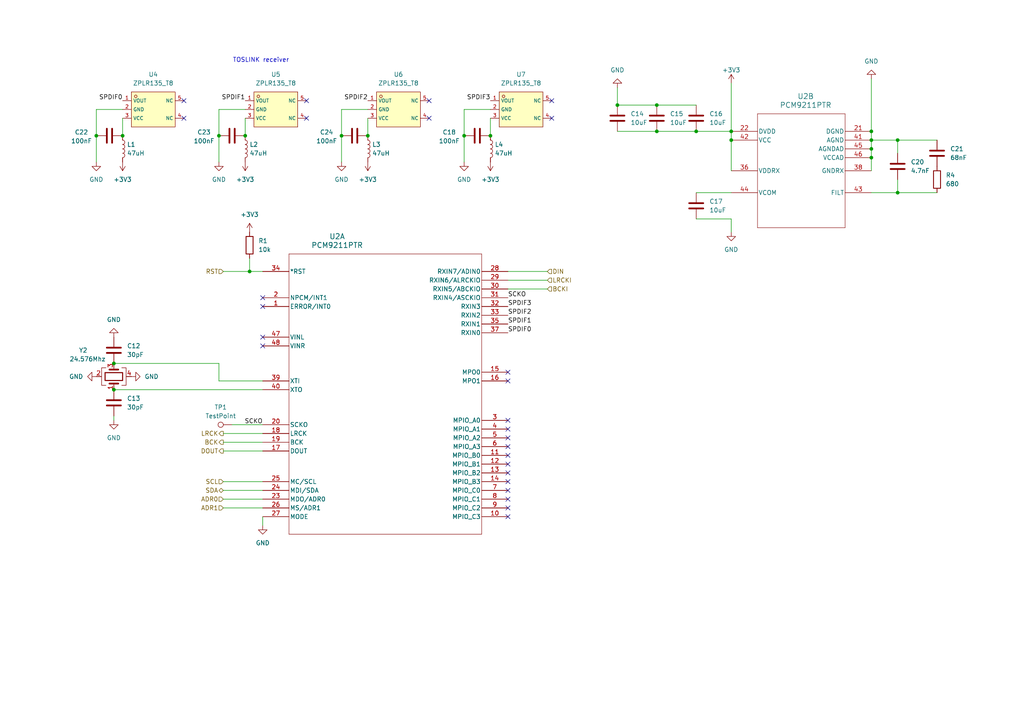
<source format=kicad_sch>
(kicad_sch (version 20231120) (generator "eeschema") (generator_version "8.0")
  (paper "A4")
  (lib_symbols
    (symbol "Connector:TestPoint" (pin_numbers hide) (pin_names (offset 0.762) hide)
      (property "Reference" "TP" (at 0 6.858 0))
      (property "Value" "TestPoint" (at 0 5.08 0))
      (symbol "TestPoint_0_1"
        (circle (center 0 3.302) (radius 0.762))
      )
      (symbol "TestPoint_1_1"
        (pin passive line (at 0 0 90) (length 2.54) (name "1") (number "1"))
      )
    )
    (symbol "Endstufe:+3V3" (power) (pin_names (offset 0))
      (property "Value" "+3V3" (at 0 3.556 0))
      (symbol "+3V3_0_1"
        (polyline (pts (xy -0.762 1.27) (xy 0 2.54)))
        (polyline (pts (xy 0 0) (xy 0 2.54)))
        (polyline (pts (xy 0 2.54) (xy 0.762 1.27)))
      )
      (symbol "+3V3_1_1"
        (pin power_in line (at 0 0 90) (length 0) hide (name "+3V3") (number "1"))
      )
    )
    (symbol "Endstufe:C" (pin_numbers hide) (pin_names (offset 0.254))
      (property "Reference" "C" (at 0.635 2.54 0))
      (property "Value" "C" (at 0.635 -2.54 0))
      (symbol "C_0_1"
        (polyline (pts (xy -2.032 -0.762) (xy 2.032 -0.762)) (stroke (width 0.508)))
        (polyline (pts (xy -2.032 0.762) (xy 2.032 0.762)) (stroke (width 0.508)))
      )
      (symbol "C_1_1"
        (pin passive line (at 0 3.81 270) (length 2.794) (name "~") (number "1"))
        (pin passive line (at 0 -3.81 90) (length 2.794) (name "~") (number "2"))
      )
    )
    (symbol "Endstufe:Crystal_GND24" (pin_names (offset 1.016) hide)
      (property "Reference" "Y" (at 3.175 5.08 0))
      (property "Value" "Crystal_GND24" (at 3.175 3.175 0))
      (symbol "Crystal_GND24_0_1"
        (rectangle (start -1.143 2.54) (end 1.143 -2.54) (stroke (width 0.3048)))
        (polyline (pts (xy -2.54 0) (xy -2.032 0)))
        (polyline (pts (xy -2.032 -1.27) (xy -2.032 1.27)) (stroke (width 0.508)))
        (polyline (pts (xy 0 -3.81) (xy 0 -3.556)))
        (polyline (pts (xy 0 3.556) (xy 0 3.81)))
        (polyline (pts (xy 2.032 -1.27) (xy 2.032 1.27)) (stroke (width 0.508)))
        (polyline (pts (xy 2.032 0) (xy 2.54 0)))
        (polyline (pts (xy -2.54 -2.286) (xy -2.54 -3.556) (xy 2.54 -3.556) (xy 2.54 -2.286)))
        (polyline (pts (xy -2.54 2.286) (xy -2.54 3.556) (xy 2.54 3.556) (xy 2.54 2.286)))
      )
      (symbol "Crystal_GND24_1_1"
        (pin passive line (at -3.81 0 0) (length 1.27) (name "1") (number "1"))
        (pin passive line (at 0 5.08 270) (length 1.27) (name "2") (number "2"))
        (pin passive line (at 3.81 0 180) (length 1.27) (name "3") (number "3"))
        (pin passive line (at 0 -5.08 90) (length 1.27) (name "4") (number "4"))
      )
    )
    (symbol "Endstufe:GND" (power) (pin_names (offset 0))
      (property "Value" "GND" (at 0 -3.81 0))
      (symbol "GND_0_1"
        (polyline (pts (xy 0 0) (xy 0 -1.27) (xy 1.27 -1.27) (xy 0 -2.54) (xy -1.27 -1.27) (xy 0 -1.27)))
      )
      (symbol "GND_1_1"
        (pin power_in line (at 0 0 270) (length 0) hide (name "GND") (number "1"))
      )
    )
    (symbol "Endstufe:L" (pin_numbers hide) (pin_names (offset 1.016) hide)
      (property "Reference" "L" (at -1.27 0 90))
      (property "Value" "L" (at 1.905 0 90))
      (symbol "L_0_1"
        (arc (start 0 -2.54) (mid 0.6323 -1.905) (end 0 -1.27))
        (arc (start 0 -1.27) (mid 0.6323 -0.635) (end 0 0))
        (arc (start 0 0) (mid 0.6323 0.635) (end 0 1.27))
        (arc (start 0 1.27) (mid 0.6323 1.905) (end 0 2.54))
      )
      (symbol "L_1_1"
        (pin passive line (at 0 3.81 270) (length 1.27) (name "1") (number "1"))
        (pin passive line (at 0 -3.81 90) (length 1.27) (name "2") (number "2"))
      )
    )
    (symbol "Endstufe:PCM9211PTR" (pin_names (offset 0.254))
      (property "Reference" "U2" (at 21.59 10.16 0))
      (property "Value" "PCM9211PTR" (at 21.59 7.62 0))
      (symbol "PCM9211PTR_1_1"
        (polyline (pts (xy 7.62 -76.2) (xy 63.5 -76.2)) (stroke (width 0.127)))
        (polyline (pts (xy 7.62 5.08) (xy 7.62 -76.2)) (stroke (width 0.127)))
        (polyline (pts (xy 63.5 -76.2) (xy 63.5 5.08)) (stroke (width 0.127)))
        (polyline (pts (xy 63.5 5.08) (xy 7.62 5.08)) (stroke (width 0.127)))
        (pin output line (at 0 -10.16 0) (length 7.62) (name "ERROR/INT0") (number "1"))
        (pin bidirectional line (at 71.12 -71.12 180) (length 7.62) (name "MPIO_C3") (number "10"))
        (pin bidirectional line (at 71.12 -53.34 180) (length 7.62) (name "MPIO_B0") (number "11"))
        (pin bidirectional line (at 71.12 -55.88 180) (length 7.62) (name "MPIO_B1") (number "12"))
        (pin bidirectional line (at 71.12 -58.42 180) (length 7.62) (name "MPIO_B2") (number "13"))
        (pin bidirectional line (at 71.12 -60.96 180) (length 7.62) (name "MPIO_B3") (number "14"))
        (pin output line (at 71.12 -29.21 180) (length 7.62) (name "MPO0") (number "15"))
        (pin output line (at 71.12 -31.75 180) (length 7.62) (name "MPO1") (number "16"))
        (pin output line (at 0 -52.07 0) (length 7.62) (name "DOUT") (number "17"))
        (pin output line (at 0 -46.99 0) (length 7.62) (name "LRCK") (number "18"))
        (pin output line (at 0 -49.53 0) (length 7.62) (name "BCK") (number "19"))
        (pin output line (at 0 -7.62 0) (length 7.62) (name "NPCM/INT1") (number "2"))
        (pin output line (at 0 -44.45 0) (length 7.62) (name "SCKO") (number "20"))
        (pin bidirectional line (at 0 -66.04 0) (length 7.62) (name "MDO/ADR0") (number "23"))
        (pin bidirectional line (at 0 -63.5 0) (length 7.62) (name "MDI/SDA") (number "24"))
        (pin input line (at 0 -60.96 0) (length 7.62) (name "MC/SCL") (number "25"))
        (pin input line (at 0 -68.58 0) (length 7.62) (name "MS/ADR1") (number "26"))
        (pin input line (at 0 -71.12 0) (length 7.62) (name "MODE") (number "27"))
        (pin input line (at 71.12 0 180) (length 7.62) (name "RXIN7/ADIN0") (number "28"))
        (pin input line (at 71.12 -2.54 180) (length 7.62) (name "RXIN6/ALRCKIO") (number "29"))
        (pin bidirectional line (at 71.12 -43.18 180) (length 7.62) (name "MPIO_A0") (number "3"))
        (pin input line (at 71.12 -5.08 180) (length 7.62) (name "RXIN5/ABCKIO") (number "30"))
        (pin input line (at 71.12 -7.62 180) (length 7.62) (name "RXIN4/ASCKIO") (number "31"))
        (pin input line (at 71.12 -10.16 180) (length 7.62) (name "RXIN3") (number "32"))
        (pin input line (at 71.12 -12.7 180) (length 7.62) (name "RXIN2") (number "33"))
        (pin input line (at 0 0 0) (length 7.62) (name "*RST") (number "34"))
        (pin input line (at 71.12 -15.24 180) (length 7.62) (name "RXIN1") (number "35"))
        (pin input line (at 71.12 -17.78 180) (length 7.62) (name "RXIN0") (number "37"))
        (pin input line (at 0 -31.75 0) (length 7.62) (name "XTI") (number "39"))
        (pin bidirectional line (at 71.12 -45.72 180) (length 7.62) (name "MPIO_A1") (number "4"))
        (pin output line (at 0 -34.29 0) (length 7.62) (name "XTO") (number "40"))
        (pin input line (at 0 -19.05 0) (length 7.62) (name "VINL") (number "47"))
        (pin input line (at 0 -21.59 0) (length 7.62) (name "VINR") (number "48"))
        (pin bidirectional line (at 71.12 -48.26 180) (length 7.62) (name "MPIO_A2") (number "5"))
        (pin bidirectional line (at 71.12 -50.8 180) (length 7.62) (name "MPIO_A3") (number "6"))
        (pin bidirectional line (at 71.12 -63.5 180) (length 7.62) (name "MPIO_C0") (number "7"))
        (pin bidirectional line (at 71.12 -66.04 180) (length 7.62) (name "MPIO_C1") (number "8"))
        (pin bidirectional line (at 71.12 -68.58 180) (length 7.62) (name "MPIO_C2") (number "9"))
      )
      (symbol "PCM9211PTR_2_1"
        (polyline (pts (xy 7.62 -27.94) (xy 33.02 -27.94)) (stroke (width 0.127)))
        (polyline (pts (xy 7.62 5.08) (xy 7.62 -27.94)) (stroke (width 0.127)))
        (polyline (pts (xy 33.02 -27.94) (xy 33.02 5.08)) (stroke (width 0.127)))
        (polyline (pts (xy 33.02 5.08) (xy 7.62 5.08)) (stroke (width 0.127)))
        (pin power_in line (at 40.64 0 180) (length 7.62) (name "DGND") (number "21"))
        (pin power_in line (at 0 0 0) (length 7.62) (name "DVDD") (number "22"))
        (pin power_in line (at 0 -11.43 0) (length 7.62) (name "VDDRX") (number "36"))
        (pin power_in line (at 40.64 -11.43 180) (length 7.62) (name "GNDRX") (number "38"))
        (pin power_in line (at 40.64 -2.54 180) (length 7.62) (name "AGND") (number "41"))
        (pin power_in line (at 0 -2.54 0) (length 7.62) (name "VCC") (number "42"))
        (pin output line (at 40.64 -17.78 180) (length 7.62) (name "FILT") (number "43"))
        (pin output line (at 0 -17.78 0) (length 7.62) (name "VCOM") (number "44"))
        (pin power_in line (at 40.64 -5.08 180) (length 7.62) (name "AGNDAD") (number "45"))
        (pin power_in line (at 40.64 -7.62 180) (length 7.62) (name "VCCAD") (number "46"))
      )
    )
    (symbol "Endstufe:R" (pin_numbers hide) (pin_names (offset 0))
      (property "Reference" "R" (at 2.032 0 90))
      (property "Value" "R" (at 0 0 90))
      (symbol "R_0_1"
        (rectangle (start -1.016 -2.54) (end 1.016 2.54) (stroke (width 0.254)))
      )
      (symbol "R_1_1"
        (pin passive line (at 0 3.81 270) (length 1.27) (name "~") (number "1"))
        (pin passive line (at 0 -3.81 90) (length 1.27) (name "~") (number "2"))
      )
    )
    (symbol "Endstufe:ZPLR135_T8"
      (property "Reference" "U" (at 0 1.27 0))
      (property "Value" "ZPLR135_T8" (at 0 -2.54 0))
      (symbol "ZPLR135_T8_0_1"
        (rectangle (start -6.35 5.08) (end 6.35 -5.08) (fill (type background)))
        (circle (center -5.08 3.81) (radius 0.381) (fill (type background)))
        (pin unspecified line (at -8.89 2.54 0) (length 2.54) (name "VOUT") (number "1"))
        (pin unspecified line (at -8.89 0 0) (length 2.54) (name "GND") (number "2"))
        (pin unspecified line (at -8.89 -2.54 0) (length 2.54) (name "VCC") (number "3"))
        (pin unspecified line (at 8.89 -2.54 180) (length 2.54) (name "NC") (number "4"))
        (pin unspecified line (at 8.89 2.54 180) (length 2.54) (name "NC") (number "5"))
      )
    )
    (symbol "PCM9211PTR_1" (pin_names (offset 0.254))
      (property "Reference" "U2" (at 21.59 10.16 0))
      (property "Value" "PCM9211PTR" (at 21.59 7.62 0))
      (symbol "PCM9211PTR_1_1_1"
        (polyline (pts (xy 7.62 -76.2) (xy 63.5 -76.2)) (stroke (width 0.127)))
        (polyline (pts (xy 7.62 5.08) (xy 7.62 -76.2)) (stroke (width 0.127)))
        (polyline (pts (xy 63.5 -76.2) (xy 63.5 5.08)) (stroke (width 0.127)))
        (polyline (pts (xy 63.5 5.08) (xy 7.62 5.08)) (stroke (width 0.127)))
        (pin output line (at 0 -10.16 0) (length 7.62) (name "ERROR/INT0") (number "1"))
        (pin bidirectional line (at 71.12 -71.12 180) (length 7.62) (name "MPIO_C3") (number "10"))
        (pin bidirectional line (at 71.12 -53.34 180) (length 7.62) (name "MPIO_B0") (number "11"))
        (pin bidirectional line (at 71.12 -55.88 180) (length 7.62) (name "MPIO_B1") (number "12"))
        (pin bidirectional line (at 71.12 -58.42 180) (length 7.62) (name "MPIO_B2") (number "13"))
        (pin bidirectional line (at 71.12 -60.96 180) (length 7.62) (name "MPIO_B3") (number "14"))
        (pin output line (at 71.12 -29.21 180) (length 7.62) (name "MPO0") (number "15"))
        (pin output line (at 71.12 -31.75 180) (length 7.62) (name "MPO1") (number "16"))
        (pin output line (at 0 -52.07 0) (length 7.62) (name "DOUT") (number "17"))
        (pin output line (at 0 -46.99 0) (length 7.62) (name "LRCK") (number "18"))
        (pin output line (at 0 -49.53 0) (length 7.62) (name "BCK") (number "19"))
        (pin output line (at 0 -7.62 0) (length 7.62) (name "NPCM/INT1") (number "2"))
        (pin output line (at 0 -44.45 0) (length 7.62) (name "SCKO") (number "20"))
        (pin bidirectional line (at 0 -66.04 0) (length 7.62) (name "MDO/ADR0") (number "23"))
        (pin bidirectional line (at 0 -63.5 0) (length 7.62) (name "MDI/SDA") (number "24"))
        (pin input line (at 0 -60.96 0) (length 7.62) (name "MC/SCL") (number "25"))
        (pin input line (at 0 -68.58 0) (length 7.62) (name "MS/ADR1") (number "26"))
        (pin input line (at 0 -71.12 0) (length 7.62) (name "MODE") (number "27"))
        (pin input line (at 71.12 0 180) (length 7.62) (name "RXIN7/ADIN0") (number "28"))
        (pin input line (at 71.12 -2.54 180) (length 7.62) (name "RXIN6/ALRCKIO") (number "29"))
        (pin bidirectional line (at 71.12 -43.18 180) (length 7.62) (name "MPIO_A0") (number "3"))
        (pin input line (at 71.12 -5.08 180) (length 7.62) (name "RXIN5/ABCKIO") (number "30"))
        (pin input line (at 71.12 -7.62 180) (length 7.62) (name "RXIN4/ASCKIO") (number "31"))
        (pin input line (at 71.12 -10.16 180) (length 7.62) (name "RXIN3") (number "32"))
        (pin input line (at 71.12 -12.7 180) (length 7.62) (name "RXIN2") (number "33"))
        (pin input line (at 0 0 0) (length 7.62) (name "*RST") (number "34"))
        (pin input line (at 71.12 -15.24 180) (length 7.62) (name "RXIN1") (number "35"))
        (pin input line (at 71.12 -17.78 180) (length 7.62) (name "RXIN0") (number "37"))
        (pin input line (at 0 -31.75 0) (length 7.62) (name "XTI") (number "39"))
        (pin bidirectional line (at 71.12 -45.72 180) (length 7.62) (name "MPIO_A1") (number "4"))
        (pin output line (at 0 -34.29 0) (length 7.62) (name "XTO") (number "40"))
        (pin input line (at 0 -19.05 0) (length 7.62) (name "VINL") (number "47"))
        (pin input line (at 0 -21.59 0) (length 7.62) (name "VINR") (number "48"))
        (pin bidirectional line (at 71.12 -48.26 180) (length 7.62) (name "MPIO_A2") (number "5"))
        (pin bidirectional line (at 71.12 -50.8 180) (length 7.62) (name "MPIO_A3") (number "6"))
        (pin bidirectional line (at 71.12 -63.5 180) (length 7.62) (name "MPIO_C0") (number "7"))
        (pin bidirectional line (at 71.12 -66.04 180) (length 7.62) (name "MPIO_C1") (number "8"))
        (pin bidirectional line (at 71.12 -68.58 180) (length 7.62) (name "MPIO_C2") (number "9"))
      )
      (symbol "PCM9211PTR_1_2_1"
        (polyline (pts (xy 7.62 -27.94) (xy 33.02 -27.94)) (stroke (width 0.127)))
        (polyline (pts (xy 7.62 5.08) (xy 7.62 -27.94)) (stroke (width 0.127)))
        (polyline (pts (xy 33.02 -27.94) (xy 33.02 5.08)) (stroke (width 0.127)))
        (polyline (pts (xy 33.02 5.08) (xy 7.62 5.08)) (stroke (width 0.127)))
        (pin power_in line (at 40.64 0 180) (length 7.62) (name "DGND") (number "21"))
        (pin power_in line (at 0 0 0) (length 7.62) (name "DVDD") (number "22"))
        (pin power_in line (at 0 -11.43 0) (length 7.62) (name "VDDRX") (number "36"))
        (pin power_in line (at 40.64 -11.43 180) (length 7.62) (name "GNDRX") (number "38"))
        (pin power_in line (at 40.64 -2.54 180) (length 7.62) (name "AGND") (number "41"))
        (pin power_in line (at 0 -2.54 0) (length 7.62) (name "VCC") (number "42"))
        (pin output line (at 40.64 -17.78 180) (length 7.62) (name "FILT") (number "43"))
        (pin output line (at 0 -17.78 0) (length 7.62) (name "VCOM") (number "44"))
        (pin power_in line (at 40.64 -5.08 180) (length 7.62) (name "AGNDAD") (number "45"))
        (pin power_in line (at 40.64 -7.62 180) (length 7.62) (name "VCCAD") (number "46"))
      )
    )
  )
  (junction (at 71.12 39.37))
  (junction (at 106.68 39.37))
  (junction (at 27.94 39.37))
  (junction (at 201.93 38.1))
  (junction (at 252.73 38.1))
  (junction (at 134.62 39.37))
  (junction (at 260.35 40.64))
  (junction (at 63.5 39.37))
  (junction (at 252.73 40.64))
  (junction (at 190.5 30.48))
  (junction (at 212.09 40.64))
  (junction (at 212.09 38.1))
  (junction (at 33.02 113.03))
  (junction (at 72.39 78.74))
  (junction (at 33.02 105.41))
  (junction (at 179.07 30.48))
  (junction (at 252.73 43.18))
  (junction (at 190.5 38.1))
  (junction (at 99.06 39.37))
  (junction (at 142.24 39.37))
  (junction (at 260.35 55.88))
  (junction (at 252.73 45.72))
  (junction (at 35.56 39.37))
  (no_connect (at 88.9 29.21))
  (no_connect (at 76.2 86.36))
  (no_connect (at 147.32 147.32))
  (no_connect (at 160.02 29.21))
  (no_connect (at 147.32 132.08))
  (no_connect (at 147.32 127))
  (no_connect (at 76.2 97.79))
  (no_connect (at 147.32 121.92))
  (no_connect (at 124.46 29.21))
  (no_connect (at 147.32 110.49))
  (no_connect (at 147.32 107.95))
  (no_connect (at 147.32 129.54))
  (no_connect (at 147.32 144.78))
  (no_connect (at 160.02 34.29))
  (no_connect (at 53.34 29.21))
  (no_connect (at 147.32 124.46))
  (no_connect (at 147.32 134.62))
  (no_connect (at 53.34 34.29))
  (no_connect (at 147.32 139.7))
  (no_connect (at 124.46 34.29))
  (no_connect (at 88.9 34.29))
  (no_connect (at 147.32 142.24))
  (no_connect (at 147.32 149.86))
  (no_connect (at 76.2 100.33))
  (no_connect (at 147.32 137.16))
  (no_connect (at 76.2 88.9))
  (wire (pts (xy 35.56 34.29) (xy 35.56 39.37)))
  (wire (pts (xy 106.68 31.75) (xy 99.06 31.75)))
  (wire (pts (xy 252.73 40.64) (xy 252.73 43.18)))
  (wire (pts (xy 190.5 30.48) (xy 201.93 30.48)))
  (wire (pts (xy 212.09 38.1) (xy 212.09 40.64)))
  (wire (pts (xy 252.73 45.72) (xy 252.73 49.53)))
  (wire (pts (xy 201.93 55.88) (xy 212.09 55.88)))
  (wire (pts (xy 64.77 142.24) (xy 76.2 142.24)))
  (wire (pts (xy 63.5 105.41) (xy 63.5 110.49)))
  (wire (pts (xy 106.68 34.29) (xy 106.68 39.37)))
  (wire (pts (xy 63.5 39.37) (xy 63.5 46.99)))
  (wire (pts (xy 179.07 30.48) (xy 190.5 30.48)))
  (wire (pts (xy 260.35 55.88) (xy 260.35 52.07)))
  (wire (pts (xy 158.75 78.74) (xy 147.32 78.74)))
  (wire (pts (xy 72.39 74.93) (xy 72.39 78.74)))
  (wire (pts (xy 212.09 67.31) (xy 212.09 63.5)))
  (wire (pts (xy 252.73 40.64) (xy 260.35 40.64)))
  (wire (pts (xy 190.5 38.1) (xy 201.93 38.1)))
  (wire (pts (xy 158.75 81.28) (xy 147.32 81.28)))
  (wire (pts (xy 63.5 110.49) (xy 76.2 110.49)))
  (wire (pts (xy 33.02 121.92) (xy 33.02 120.65)))
  (wire (pts (xy 179.07 25.4) (xy 179.07 30.48)))
  (wire (pts (xy 134.62 39.37) (xy 134.62 46.99)))
  (wire (pts (xy 252.73 22.86) (xy 252.73 38.1)))
  (wire (pts (xy 64.77 125.73) (xy 76.2 125.73)))
  (wire (pts (xy 212.09 40.64) (xy 212.09 49.53)))
  (wire (pts (xy 99.06 39.37) (xy 99.06 46.99)))
  (wire (pts (xy 212.09 24.13) (xy 212.09 38.1)))
  (wire (pts (xy 64.77 130.81) (xy 76.2 130.81)))
  (wire (pts (xy 252.73 55.88) (xy 260.35 55.88)))
  (wire (pts (xy 179.07 38.1) (xy 190.5 38.1)))
  (wire (pts (xy 134.62 31.75) (xy 134.62 39.37)))
  (wire (pts (xy 27.94 39.37) (xy 27.94 46.99)))
  (wire (pts (xy 252.73 43.18) (xy 252.73 45.72)))
  (wire (pts (xy 142.24 34.29) (xy 142.24 39.37)))
  (wire (pts (xy 64.77 147.32) (xy 76.2 147.32)))
  (wire (pts (xy 99.06 31.75) (xy 99.06 39.37)))
  (wire (pts (xy 260.35 40.64) (xy 260.35 44.45)))
  (wire (pts (xy 71.12 34.29) (xy 71.12 39.37)))
  (wire (pts (xy 260.35 40.64) (xy 271.78 40.64)))
  (wire (pts (xy 67.31 123.19) (xy 76.2 123.19)))
  (wire (pts (xy 72.39 78.74) (xy 76.2 78.74)))
  (wire (pts (xy 33.02 105.41) (xy 63.5 105.41)))
  (wire (pts (xy 71.12 31.75) (xy 63.5 31.75)))
  (wire (pts (xy 201.93 38.1) (xy 212.09 38.1)))
  (wire (pts (xy 63.5 31.75) (xy 63.5 39.37)))
  (wire (pts (xy 35.56 31.75) (xy 27.94 31.75)))
  (wire (pts (xy 142.24 31.75) (xy 134.62 31.75)))
  (wire (pts (xy 64.77 144.78) (xy 76.2 144.78)))
  (wire (pts (xy 212.09 63.5) (xy 201.93 63.5)))
  (wire (pts (xy 27.94 31.75) (xy 27.94 39.37)))
  (wire (pts (xy 252.73 38.1) (xy 252.73 40.64)))
  (wire (pts (xy 33.02 113.03) (xy 76.2 113.03)))
  (wire (pts (xy 260.35 55.88) (xy 271.78 55.88)))
  (wire (pts (xy 158.75 83.82) (xy 147.32 83.82)))
  (wire (pts (xy 76.2 152.4) (xy 76.2 149.86)))
  (wire (pts (xy 64.77 128.27) (xy 76.2 128.27)))
  (wire (pts (xy 64.77 78.74) (xy 72.39 78.74)))
  (wire (pts (xy 64.77 139.7) (xy 76.2 139.7)))
  (text "TOSLINK receiver" (at 75.692 17.526 0) (effects (font (size 1.27 1.27))))
  (label "SPDIF2" (at 106.68 29.21 180))
  (label "SPDIF3" (at 142.24 29.21 180))
  (label "SPDIF2" (at 147.32 91.44 0))
  (label "SPDIF1" (at 147.32 93.98 0))
  (label "SCKO" (at 147.32 86.36 0))
  (label "SPDIF0" (at 35.56 29.21 180))
  (label "SCKO" (at 76.2 123.19 180))
  (label "SPDIF3" (at 147.32 88.9 0))
  (label "SPDIF1" (at 71.12 29.21 180))
  (label "SPDIF0" (at 147.32 96.52 0))
  (hierarchical_label "ADR0" (shape input) (at 64.77 144.78 180))
  (hierarchical_label "SCL" (shape input) (at 64.77 139.7 180))
  (hierarchical_label "LRCKI" (shape input) (at 158.75 81.28 0))
  (hierarchical_label "RST" (shape input) (at 64.77 78.74 180))
  (hierarchical_label "ADR1" (shape input) (at 64.77 147.32 180))
  (hierarchical_label "SDA" (shape bidirectional) (at 64.77 142.24 180))
  (hierarchical_label "DOUT" (shape output) (at 64.77 130.81 180))
  (hierarchical_label "BCKI" (shape input) (at 158.75 83.82 0))
  (hierarchical_label "BCK" (shape output) (at 64.77 128.27 180))
  (hierarchical_label "DIN" (shape input) (at 158.75 78.74 0))
  (hierarchical_label "LRCK" (shape output) (at 64.77 125.73 180))
  (symbol (lib_id "Endstufe:C") (at 201.93 59.69 0) (unit 1)
    (property "Reference" "C17" (at 205.74 58.42 0) (effects (justify left)))
    (property "Value" "10uF" (at 205.74 60.96 0) (effects (justify left)))
    (property "Footprint" "Endstufe:C_0402_1005Metric" (effects (hide yes)))
    (property "LCSC Part #" "C15525" (effects (hide yes)))
  )
  (symbol (lib_id "Endstufe:+3V3") (at 212.09 24.13 0) (unit 1)
    (property "Reference" "#PWR018" (effects (hide yes)))
    (property "Value" "+3V3" (at 212.09 20.32 0))
  )
  (symbol (lib_id "Connector:TestPoint") (at 67.31 123.19 90) (unit 1)
    (property "Reference" "TP1" (at 64.008 118.11 90))
    (property "Value" "TestPoint" (at 64.008 120.65 90))
    (property "Footprint" "TestPoint:TestPoint_Pad_D1.0mm" (effects (hide yes)))
    (property "Description" "test point" (effects (hide yes)))
  )
  (symbol (lib_id "Endstufe:GND") (at 27.94 109.22 270) (unit 1)
    (property "Reference" "#PWR011" (effects (hide yes)))
    (property "Value" "GND" (at 24.13 109.22 90) (effects (justify right)))
  )
  (symbol (lib_id "Endstufe:GND") (at 63.5 46.99 0) (unit 1)
    (property "Reference" "#PWR024" (effects (hide yes)))
    (property "Value" "GND" (at 63.5 52.07 0))
    (property "Description" "Power symbol creates a global label with name \"GND\" , ground" (effects (hide yes)))
  )
  (symbol (lib_id "Endstufe:GND") (at 179.07 25.4 180) (unit 1)
    (property "Reference" "#PWR017" (effects (hide yes)))
    (property "Value" "GND" (at 179.07 20.32 0))
  )
  (symbol (lib_id "Endstufe:Crystal_GND24") (at 33.02 109.22 90) (unit 1)
    (property "Reference" "Y2" (at 24.13 101.6 90))
    (property "Value" "24.576Mhz" (at 25.4 104.14 90))
    (property "Footprint" "Endstufe:OSC-SMD_4P-L3.2-W2.5-BL" (effects (hide yes)))
    (property "LCSC Part #" "C2901683" (effects (hide yes)))
  )
  (symbol (lib_id "Endstufe:+3V3") (at 35.56 46.99 180) (unit 1)
    (property "Reference" "#PWR022" (effects (hide yes)))
    (property "Value" "+3V3" (at 35.56 52.07 0))
    (property "Description" "Power symbol creates a global label with name \"+3V3\"" (effects (hide yes)))
  )
  (symbol (lib_id "Endstufe:L") (at 71.12 43.18 0) (unit 1)
    (property "Reference" "L2" (at 72.39 41.9099 0) (effects (justify left)))
    (property "Value" "47uH" (at 72.39 44.4499 0) (effects (justify left)))
    (property "Footprint" "Inductor_SMD:L_0805_2012Metric" (effects (hide yes)))
    (property "Description" "Inductor" (effects (hide yes)))
    (property "LCSC" "C383408" (effects (hide yes)))
  )
  (symbol (lib_id "Endstufe:+3V3") (at 142.24 46.99 180) (unit 1)
    (property "Reference" "#PWR028" (effects (hide yes)))
    (property "Value" "+3V3" (at 142.24 52.07 0))
    (property "Description" "Power symbol creates a global label with name \"+3V3\"" (effects (hide yes)))
  )
  (symbol (lib_id "Endstufe:C") (at 201.93 34.29 0) (unit 1)
    (property "Reference" "C16" (at 205.74 33.02 0) (effects (justify left)))
    (property "Value" "10uF" (at 205.74 35.56 0) (effects (justify left)))
    (property "Footprint" "Endstufe:C_0402_1005Metric" (effects (hide yes)))
    (property "LCSC Part #" "C15525" (effects (hide yes)))
  )
  (symbol (lib_id "Endstufe:GND") (at 212.09 67.31 0) (unit 1)
    (property "Reference" "#PWR019" (effects (hide yes)))
    (property "Value" "GND" (at 212.09 72.39 0))
  )
  (symbol (lib_id "Endstufe:R") (at 72.39 71.12 180) (unit 1)
    (property "Reference" "R1" (at 74.93 69.85 0) (effects (justify right)))
    (property "Value" "10k" (at 74.93 72.39 0) (effects (justify right)))
    (property "Footprint" "Endstufe:R_0402_1005Metric" (effects (hide yes)))
    (property "LCSC Part #" "C25744" (effects (hide yes)))
  )
  (symbol (lib_id "Endstufe:GND") (at 134.62 46.99 0) (unit 1)
    (property "Reference" "#PWR020" (effects (hide yes)))
    (property "Value" "GND" (at 134.62 52.07 0))
    (property "Description" "Power symbol creates a global label with name \"GND\" , ground" (effects (hide yes)))
  )
  (symbol (lib_id "Endstufe:GND") (at 27.94 46.99 0) (unit 1)
    (property "Reference" "#PWR021" (effects (hide yes)))
    (property "Value" "GND" (at 27.94 52.07 0))
    (property "Description" "Power symbol creates a global label with name \"GND\" , ground" (effects (hide yes)))
  )
  (symbol (lib_id "Endstufe:+3V3") (at 106.68 46.99 180) (unit 1)
    (property "Reference" "#PWR027" (effects (hide yes)))
    (property "Value" "+3V3" (at 106.68 52.07 0))
    (property "Description" "Power symbol creates a global label with name \"+3V3\"" (effects (hide yes)))
  )
  (symbol (lib_id "Endstufe:ZPLR135_T8") (at 44.45 31.75 0) (unit 1)
    (property "Reference" "U4" (at 44.45 21.59 0))
    (property "Value" "ZPLR135_T8" (at 44.45 24.13 0))
    (property "Footprint" "CONN-TH_ZPLR135-T8" (effects (hide yes)))
    (property "Datasheet" "https://item.szlcsc.com/265251.html" (effects (hide yes)))
    (property "LCSC" "C277778" (effects (hide yes)))
  )
  (symbol (lib_id "Endstufe:L") (at 142.24 43.18 0) (unit 1)
    (property "Reference" "L4" (at 143.51 41.9099 0) (effects (justify left)))
    (property "Value" "47uH" (at 143.51 44.4499 0) (effects (justify left)))
    (property "Footprint" "Inductor_SMD:L_0805_2012Metric" (effects (hide yes)))
    (property "Description" "Inductor" (effects (hide yes)))
    (property "LCSC" "C383408" (effects (hide yes)))
  )
  (symbol (lib_id "Endstufe:C") (at 102.87 39.37 90) (unit 1)
    (property "Reference" "C24" (at 94.742 38.354 90))
    (property "Value" "100nF" (at 94.742 40.894 90))
    (property "Footprint" "Endstufe:C_0402_1005Metric" (effects (hide yes)))
    (property "LCSC Part #" "C307331" (effects (hide yes)))
  )
  (symbol (lib_id "Endstufe:C") (at 260.35 48.26 180) (unit 1)
    (property "Reference" "C20" (at 264.16 46.99 0) (effects (justify right)))
    (property "Value" "4.7nF" (at 264.16 49.53 0) (effects (justify right)))
    (property "Footprint" "Endstufe:C_0402_1005Metric" (effects (hide yes)))
    (property "LCSC Part #" "C1518204" (effects (hide yes)))
  )
  (symbol (lib_id "Endstufe:C") (at 190.5 34.29 0) (unit 1)
    (property "Reference" "C15" (at 194.31 33.02 0) (effects (justify left)))
    (property "Value" "10uF" (at 194.31 35.56 0) (effects (justify left)))
    (property "Footprint" "Endstufe:C_0402_1005Metric" (effects (hide yes)))
    (property "LCSC Part #" "C15525" (effects (hide yes)))
  )
  (symbol (lib_id "Endstufe:C") (at 33.02 101.6 0) (unit 1)
    (property "Reference" "C12" (at 36.83 100.33 0) (effects (justify left)))
    (property "Value" "30pF" (at 36.83 102.87 0) (effects (justify left)))
    (property "Footprint" "Endstufe:C_0402_1005Metric" (effects (hide yes)))
    (property "LCSC Part #" "C458861" (effects (hide yes)))
  )
  (symbol (lib_id "Endstufe:+3V3") (at 71.12 46.99 180) (unit 1)
    (property "Reference" "#PWR025" (effects (hide yes)))
    (property "Value" "+3V3" (at 71.12 52.07 0))
    (property "Description" "Power symbol creates a global label with name \"+3V3\"" (effects (hide yes)))
  )
  (symbol (lib_id "Endstufe:+3V3") (at 72.39 67.31 0) (unit 1)
    (property "Reference" "#PWR015" (effects (hide yes)))
    (property "Value" "+3V3" (at 72.39 62.23 0))
  )
  (symbol (lib_id "Endstufe:ZPLR135_T8") (at 80.01 31.75 0) (unit 1)
    (property "Reference" "U5" (at 80.01 21.59 0))
    (property "Value" "ZPLR135_T8" (at 80.01 24.13 0))
    (property "Footprint" "CONN-TH_ZPLR135-T8" (effects (hide yes)))
    (property "Datasheet" "https://item.szlcsc.com/265251.html" (effects (hide yes)))
    (property "LCSC" "C277778" (effects (hide yes)))
  )
  (symbol (lib_id "Endstufe:PCM9211PTR") (at 212.09 38.1 0) (unit 2)
    (property "Reference" "U2" (at 233.68 27.94 0) (effects (font (size 1.524 1.524))))
    (property "Value" "PCM9211PTR" (at 233.68 30.48 0) (effects (font (size 1.524 1.524))))
    (property "Footprint" "Endstufe:TQFP-48_L7.0-W7.0-P0.50-LS9.0-TL" (effects (hide yes)))
    (property "Datasheet" "PCM9211PTR" (effects (hide yes)))
    (property "LCSC Part #" "C181660" (effects (hide yes)))
  )
  (symbol (lib_name "PCM9211PTR_1") (lib_id "Endstufe:PCM9211PTR_1") (at 76.2 78.74 0) (unit 1)
    (property "Reference" "U2" (at 97.79 68.58 0) (effects (font (size 1.524 1.524))))
    (property "Value" "PCM9211PTR" (at 97.79 71.12 0) (effects (font (size 1.524 1.524))))
    (property "Footprint" "Endstufe:TQFP-48_L7.0-W7.0-P0.50-LS9.0-TL" (effects (hide yes)))
    (property "Datasheet" "PCM9211PTR" (effects (hide yes)))
    (property "LCSC Part #" "C181660" (effects (hide yes)))
  )
  (symbol (lib_id "Endstufe:GND") (at 33.02 121.92 0) (unit 1)
    (property "Reference" "#PWR013" (effects (hide yes)))
    (property "Value" "GND" (at 33.02 127 0))
  )
  (symbol (lib_id "Endstufe:ZPLR135_T8") (at 151.13 31.75 0) (unit 1)
    (property "Reference" "U7" (at 151.13 21.59 0))
    (property "Value" "ZPLR135_T8" (at 151.13 24.13 0))
    (property "Footprint" "CONN-TH_ZPLR135-T8" (effects (hide yes)))
    (property "Datasheet" "https://item.szlcsc.com/265251.html" (effects (hide yes)))
    (property "LCSC" "C277778" (effects (hide yes)))
  )
  (symbol (lib_id "Endstufe:R") (at 271.78 52.07 0) (unit 1)
    (property "Reference" "R4" (at 274.32 50.8 0) (effects (justify left)))
    (property "Value" "680" (at 274.32 53.34 0) (effects (justify left)))
    (property "Footprint" "Endstufe:R_0402_1005Metric" (effects (hide yes)))
    (property "LCSC Part #" "C852886" (effects (hide yes)))
  )
  (symbol (lib_id "Endstufe:ZPLR135_T8") (at 115.57 31.75 0) (unit 1)
    (property "Reference" "U6" (at 115.57 21.59 0))
    (property "Value" "ZPLR135_T8" (at 115.57 24.13 0))
    (property "Footprint" "CONN-TH_ZPLR135-T8" (effects (hide yes)))
    (property "Datasheet" "https://item.szlcsc.com/265251.html" (effects (hide yes)))
    (property "LCSC" "C277778" (effects (hide yes)))
  )
  (symbol (lib_id "Endstufe:C") (at 271.78 44.45 0) (unit 1)
    (property "Reference" "C21" (at 275.59 43.18 0) (effects (justify left)))
    (property "Value" "68nF" (at 275.59 45.72 0) (effects (justify left)))
    (property "Footprint" "Endstufe:C_1206_3216Metric" (effects (hide yes)))
    (property "LCSC Part #" "C361177" (effects (hide yes)))
  )
  (symbol (lib_id "Endstufe:L") (at 106.68 43.18 0) (unit 1)
    (property "Reference" "L3" (at 107.95 41.9099 0) (effects (justify left)))
    (property "Value" "47uH" (at 107.95 44.4499 0) (effects (justify left)))
    (property "Footprint" "Inductor_SMD:L_0805_2012Metric" (effects (hide yes)))
    (property "Description" "Inductor" (effects (hide yes)))
    (property "LCSC" "C383408" (effects (hide yes)))
  )
  (symbol (lib_id "Endstufe:GND") (at 33.02 97.79 180) (unit 1)
    (property "Reference" "#PWR012" (effects (hide yes)))
    (property "Value" "GND" (at 33.02 92.71 0))
  )
  (symbol (lib_id "Endstufe:C") (at 179.07 34.29 0) (unit 1)
    (property "Reference" "C14" (at 182.88 33.02 0) (effects (justify left)))
    (property "Value" "10uF" (at 182.88 35.56 0) (effects (justify left)))
    (property "Footprint" "Endstufe:C_0402_1005Metric" (effects (hide yes)))
    (property "LCSC Part #" "C15525" (effects (hide yes)))
  )
  (symbol (lib_id "Endstufe:C") (at 31.75 39.37 90) (unit 1)
    (property "Reference" "C22" (at 23.622 38.354 90))
    (property "Value" "100nF" (at 23.622 40.894 90))
    (property "Footprint" "Endstufe:C_0402_1005Metric" (effects (hide yes)))
    (property "LCSC Part #" "C307331" (effects (hide yes)))
  )
  (symbol (lib_id "Endstufe:GND") (at 38.1 109.22 90) (unit 1)
    (property "Reference" "#PWR014" (effects (hide yes)))
    (property "Value" "GND" (at 41.91 109.22 90) (effects (justify right)))
  )
  (symbol (lib_id "Endstufe:GND") (at 99.06 46.99 0) (unit 1)
    (property "Reference" "#PWR026" (effects (hide yes)))
    (property "Value" "GND" (at 99.06 52.07 0))
    (property "Description" "Power symbol creates a global label with name \"GND\" , ground" (effects (hide yes)))
  )
  (symbol (lib_id "Endstufe:GND") (at 76.2 152.4 0) (unit 1)
    (property "Reference" "#PWR016" (effects (hide yes)))
    (property "Value" "GND" (at 76.2 157.48 0))
  )
  (symbol (lib_id "Endstufe:L") (at 35.56 43.18 0) (unit 1)
    (property "Reference" "L1" (at 36.83 41.9099 0) (effects (justify left)))
    (property "Value" "47uH" (at 36.83 44.4499 0) (effects (justify left)))
    (property "Footprint" "Inductor_SMD:L_0805_2012Metric" (effects (hide yes)))
    (property "Description" "Inductor" (effects (hide yes)))
    (property "LCSC" "C383408" (effects (hide yes)))
  )
  (symbol (lib_id "Endstufe:C") (at 67.31 39.37 90) (unit 1)
    (property "Reference" "C23" (at 59.182 38.354 90))
    (property "Value" "100nF" (at 59.182 40.894 90))
    (property "Footprint" "Endstufe:C_0402_1005Metric" (effects (hide yes)))
    (property "LCSC Part #" "C307331" (effects (hide yes)))
  )
  (symbol (lib_id "Endstufe:C") (at 138.43 39.37 90) (unit 1)
    (property "Reference" "C18" (at 130.302 38.354 90))
    (property "Value" "100nF" (at 130.302 40.894 90))
    (property "Footprint" "Endstufe:C_0402_1005Metric" (effects (hide yes)))
    (property "LCSC Part #" "C307331" (effects (hide yes)))
  )
  (symbol (lib_id "Endstufe:C") (at 33.02 116.84 0) (unit 1)
    (property "Reference" "C13" (at 36.83 115.57 0) (effects (justify left)))
    (property "Value" "30pF" (at 36.83 118.11 0) (effects (justify left)))
    (property "Footprint" "Endstufe:C_0402_1005Metric" (effects (hide yes)))
    (property "LCSC Part #" "C458861" (effects (hide yes)))
  )
  (symbol (lib_id "Endstufe:GND") (at 252.73 22.86 180) (unit 1)
    (property "Reference" "#PWR023" (effects (hide yes)))
    (property "Value" "GND" (at 252.73 17.78 0))
  )
)
</source>
